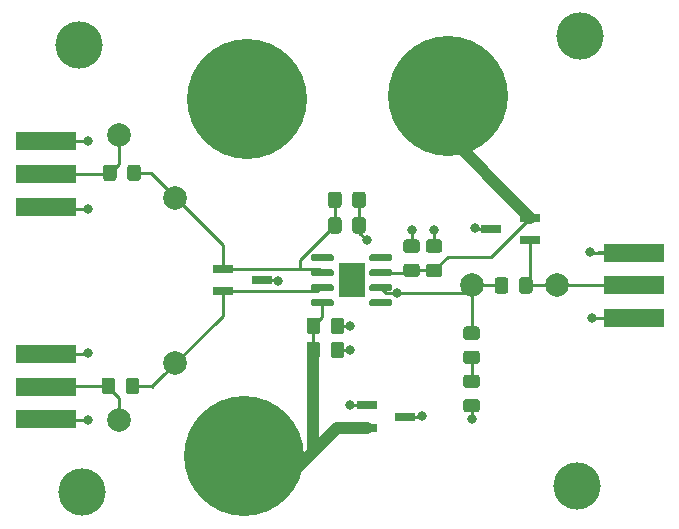
<source format=gbr>
%TF.GenerationSoftware,KiCad,Pcbnew,(5.1.6-0-10_14)*%
%TF.CreationDate,2020-10-22T07:10:05-07:00*%
%TF.ProjectId,tia_dev_board,7469615f-6465-4765-9f62-6f6172642e6b,rev?*%
%TF.SameCoordinates,Original*%
%TF.FileFunction,Copper,L1,Top*%
%TF.FilePolarity,Positive*%
%FSLAX46Y46*%
G04 Gerber Fmt 4.6, Leading zero omitted, Abs format (unit mm)*
G04 Created by KiCad (PCBNEW (5.1.6-0-10_14)) date 2020-10-22 07:10:05*
%MOMM*%
%LPD*%
G01*
G04 APERTURE LIST*
%TA.AperFunction,SMDPad,CuDef*%
%ADD10R,5.080000X1.600000*%
%TD*%
%TA.AperFunction,ViaPad*%
%ADD11C,0.500000*%
%TD*%
%TA.AperFunction,SMDPad,CuDef*%
%ADD12R,2.290000X3.000000*%
%TD*%
%TA.AperFunction,ComponentPad*%
%ADD13C,10.160000*%
%TD*%
%TA.AperFunction,ComponentPad*%
%ADD14C,2.000000*%
%TD*%
%TA.AperFunction,ComponentPad*%
%ADD15C,4.000000*%
%TD*%
%TA.AperFunction,SMDPad,CuDef*%
%ADD16R,1.800000X0.800000*%
%TD*%
%TA.AperFunction,ViaPad*%
%ADD17C,0.800000*%
%TD*%
%TA.AperFunction,Conductor*%
%ADD18C,0.250000*%
%TD*%
%TA.AperFunction,Conductor*%
%ADD19C,1.000000*%
%TD*%
G04 APERTURE END LIST*
D10*
%TO.P,J3,2*%
%TO.N,GND*%
X192786000Y-88670000D03*
X192786000Y-94210000D03*
%TO.P,J3,1*%
%TO.N,/VOUT*%
X192786000Y-91440000D03*
%TD*%
%TO.P,J1,2*%
%TO.N,GND*%
X143060000Y-102770000D03*
X143060000Y-97230000D03*
%TO.P,J1,1*%
%TO.N,/VINP*%
X143060000Y-100000000D03*
%TD*%
%TO.P,J2,2*%
%TO.N,GND*%
X143060000Y-84770000D03*
X143060000Y-79230000D03*
%TO.P,J2,1*%
%TO.N,/VINN*%
X143060000Y-82000000D03*
%TD*%
D11*
%TO.N,N/C*%
%TO.C,U4*%
X169560000Y-92000000D03*
X168260000Y-92000000D03*
X169560000Y-91000000D03*
X168260000Y-91000000D03*
X169560000Y-90000000D03*
X168260000Y-90000000D03*
D12*
%TD*%
%TO.P,U4,9*%
%TO.N,N/C*%
X168910000Y-91000000D03*
%TO.P,U4,8*%
%TO.N,Net-(U4-Pad8)*%
%TA.AperFunction,SMDPad,CuDef*%
G36*
G01*
X170410000Y-89245000D02*
X170410000Y-88945000D01*
G75*
G02*
X170560000Y-88795000I150000J0D01*
G01*
X172210000Y-88795000D01*
G75*
G02*
X172360000Y-88945000I0J-150000D01*
G01*
X172360000Y-89245000D01*
G75*
G02*
X172210000Y-89395000I-150000J0D01*
G01*
X170560000Y-89395000D01*
G75*
G02*
X170410000Y-89245000I0J150000D01*
G01*
G37*
%TD.AperFunction*%
%TO.P,U4,7*%
%TO.N,/V+*%
%TA.AperFunction,SMDPad,CuDef*%
G36*
G01*
X170410000Y-90515000D02*
X170410000Y-90215000D01*
G75*
G02*
X170560000Y-90065000I150000J0D01*
G01*
X172210000Y-90065000D01*
G75*
G02*
X172360000Y-90215000I0J-150000D01*
G01*
X172360000Y-90515000D01*
G75*
G02*
X172210000Y-90665000I-150000J0D01*
G01*
X170560000Y-90665000D01*
G75*
G02*
X170410000Y-90515000I0J150000D01*
G01*
G37*
%TD.AperFunction*%
%TO.P,U4,6*%
%TO.N,/VOUTi*%
%TA.AperFunction,SMDPad,CuDef*%
G36*
G01*
X170410000Y-91785000D02*
X170410000Y-91485000D01*
G75*
G02*
X170560000Y-91335000I150000J0D01*
G01*
X172210000Y-91335000D01*
G75*
G02*
X172360000Y-91485000I0J-150000D01*
G01*
X172360000Y-91785000D01*
G75*
G02*
X172210000Y-91935000I-150000J0D01*
G01*
X170560000Y-91935000D01*
G75*
G02*
X170410000Y-91785000I0J150000D01*
G01*
G37*
%TD.AperFunction*%
%TO.P,U4,5*%
%TO.N,Net-(U4-Pad5)*%
%TA.AperFunction,SMDPad,CuDef*%
G36*
G01*
X170410000Y-93055000D02*
X170410000Y-92755000D01*
G75*
G02*
X170560000Y-92605000I150000J0D01*
G01*
X172210000Y-92605000D01*
G75*
G02*
X172360000Y-92755000I0J-150000D01*
G01*
X172360000Y-93055000D01*
G75*
G02*
X172210000Y-93205000I-150000J0D01*
G01*
X170560000Y-93205000D01*
G75*
G02*
X170410000Y-93055000I0J150000D01*
G01*
G37*
%TD.AperFunction*%
%TO.P,U4,4*%
%TO.N,/V-*%
%TA.AperFunction,SMDPad,CuDef*%
G36*
G01*
X165460000Y-93055000D02*
X165460000Y-92755000D01*
G75*
G02*
X165610000Y-92605000I150000J0D01*
G01*
X167260000Y-92605000D01*
G75*
G02*
X167410000Y-92755000I0J-150000D01*
G01*
X167410000Y-93055000D01*
G75*
G02*
X167260000Y-93205000I-150000J0D01*
G01*
X165610000Y-93205000D01*
G75*
G02*
X165460000Y-93055000I0J150000D01*
G01*
G37*
%TD.AperFunction*%
%TO.P,U4,3*%
%TO.N,/VINPi*%
%TA.AperFunction,SMDPad,CuDef*%
G36*
G01*
X165460000Y-91785000D02*
X165460000Y-91485000D01*
G75*
G02*
X165610000Y-91335000I150000J0D01*
G01*
X167260000Y-91335000D01*
G75*
G02*
X167410000Y-91485000I0J-150000D01*
G01*
X167410000Y-91785000D01*
G75*
G02*
X167260000Y-91935000I-150000J0D01*
G01*
X165610000Y-91935000D01*
G75*
G02*
X165460000Y-91785000I0J150000D01*
G01*
G37*
%TD.AperFunction*%
%TO.P,U4,2*%
%TO.N,/VINNi*%
%TA.AperFunction,SMDPad,CuDef*%
G36*
G01*
X165460000Y-90515000D02*
X165460000Y-90215000D01*
G75*
G02*
X165610000Y-90065000I150000J0D01*
G01*
X167260000Y-90065000D01*
G75*
G02*
X167410000Y-90215000I0J-150000D01*
G01*
X167410000Y-90515000D01*
G75*
G02*
X167260000Y-90665000I-150000J0D01*
G01*
X165610000Y-90665000D01*
G75*
G02*
X165460000Y-90515000I0J150000D01*
G01*
G37*
%TD.AperFunction*%
%TO.P,U4,1*%
%TO.N,Net-(U4-Pad1)*%
%TA.AperFunction,SMDPad,CuDef*%
G36*
G01*
X165460000Y-89245000D02*
X165460000Y-88945000D01*
G75*
G02*
X165610000Y-88795000I150000J0D01*
G01*
X167260000Y-88795000D01*
G75*
G02*
X167410000Y-88945000I0J-150000D01*
G01*
X167410000Y-89245000D01*
G75*
G02*
X167260000Y-89395000I-150000J0D01*
G01*
X165610000Y-89395000D01*
G75*
G02*
X165460000Y-89245000I0J150000D01*
G01*
G37*
%TD.AperFunction*%
%TD*%
D13*
%TO.P,U3,1*%
%TO.N,/V-*%
X159766000Y-105918000D03*
%TD*%
%TO.P,U2,1*%
%TO.N,GND*%
X160020000Y-75692000D03*
%TD*%
%TO.P,U1,1*%
%TO.N,/V+*%
X177038000Y-75438000D03*
%TD*%
D14*
%TO.P,TP6,1*%
%TO.N,/VOUT*%
X186309000Y-91440000D03*
%TD*%
%TO.P,TP5,1*%
%TO.N,/VOUTi*%
X179070000Y-91440000D03*
%TD*%
%TO.P,TP4,1*%
%TO.N,/VINNi*%
X154000000Y-84000000D03*
%TD*%
%TO.P,TP3,1*%
%TO.N,/VINPi*%
X154000000Y-98000000D03*
%TD*%
%TO.P,TP2,1*%
%TO.N,/VINN*%
X149225000Y-78740000D03*
%TD*%
%TO.P,TP1,1*%
%TO.N,/VINP*%
X149225000Y-102870000D03*
%TD*%
%TO.P,R5,2*%
%TO.N,/VOUTi*%
%TA.AperFunction,SMDPad,CuDef*%
G36*
G01*
X182185000Y-90989999D02*
X182185000Y-91890001D01*
G75*
G02*
X181935001Y-92140000I-249999J0D01*
G01*
X181284999Y-92140000D01*
G75*
G02*
X181035000Y-91890001I0J249999D01*
G01*
X181035000Y-90989999D01*
G75*
G02*
X181284999Y-90740000I249999J0D01*
G01*
X181935001Y-90740000D01*
G75*
G02*
X182185000Y-90989999I0J-249999D01*
G01*
G37*
%TD.AperFunction*%
%TO.P,R5,1*%
%TO.N,/VOUT*%
%TA.AperFunction,SMDPad,CuDef*%
G36*
G01*
X184235000Y-90989999D02*
X184235000Y-91890001D01*
G75*
G02*
X183985001Y-92140000I-249999J0D01*
G01*
X183334999Y-92140000D01*
G75*
G02*
X183085000Y-91890001I0J249999D01*
G01*
X183085000Y-90989999D01*
G75*
G02*
X183334999Y-90740000I249999J0D01*
G01*
X183985001Y-90740000D01*
G75*
G02*
X184235000Y-90989999I0J-249999D01*
G01*
G37*
%TD.AperFunction*%
%TD*%
%TO.P,R4,2*%
%TO.N,Net-(C6-Pad1)*%
%TA.AperFunction,SMDPad,CuDef*%
G36*
G01*
X178619999Y-96961000D02*
X179520001Y-96961000D01*
G75*
G02*
X179770000Y-97210999I0J-249999D01*
G01*
X179770000Y-97861001D01*
G75*
G02*
X179520001Y-98111000I-249999J0D01*
G01*
X178619999Y-98111000D01*
G75*
G02*
X178370000Y-97861001I0J249999D01*
G01*
X178370000Y-97210999D01*
G75*
G02*
X178619999Y-96961000I249999J0D01*
G01*
G37*
%TD.AperFunction*%
%TO.P,R4,1*%
%TO.N,/VOUTi*%
%TA.AperFunction,SMDPad,CuDef*%
G36*
G01*
X178619999Y-94911000D02*
X179520001Y-94911000D01*
G75*
G02*
X179770000Y-95160999I0J-249999D01*
G01*
X179770000Y-95811001D01*
G75*
G02*
X179520001Y-96061000I-249999J0D01*
G01*
X178619999Y-96061000D01*
G75*
G02*
X178370000Y-95811001I0J249999D01*
G01*
X178370000Y-95160999D01*
G75*
G02*
X178619999Y-94911000I249999J0D01*
G01*
G37*
%TD.AperFunction*%
%TD*%
%TO.P,RF1,2*%
%TO.N,/VINNi*%
%TA.AperFunction,SMDPad,CuDef*%
G36*
G01*
X168070000Y-85909999D02*
X168070000Y-86810001D01*
G75*
G02*
X167820001Y-87060000I-249999J0D01*
G01*
X167169999Y-87060000D01*
G75*
G02*
X166920000Y-86810001I0J249999D01*
G01*
X166920000Y-85909999D01*
G75*
G02*
X167169999Y-85660000I249999J0D01*
G01*
X167820001Y-85660000D01*
G75*
G02*
X168070000Y-85909999I0J-249999D01*
G01*
G37*
%TD.AperFunction*%
%TO.P,RF1,1*%
%TO.N,/VOUTi*%
%TA.AperFunction,SMDPad,CuDef*%
G36*
G01*
X170120000Y-85909999D02*
X170120000Y-86810001D01*
G75*
G02*
X169870001Y-87060000I-249999J0D01*
G01*
X169219999Y-87060000D01*
G75*
G02*
X168970000Y-86810001I0J249999D01*
G01*
X168970000Y-85909999D01*
G75*
G02*
X169219999Y-85660000I249999J0D01*
G01*
X169870001Y-85660000D01*
G75*
G02*
X170120000Y-85909999I0J-249999D01*
G01*
G37*
%TD.AperFunction*%
%TD*%
%TO.P,R2,2*%
%TO.N,/VINP*%
%TA.AperFunction,SMDPad,CuDef*%
G36*
G01*
X148893000Y-99498999D02*
X148893000Y-100399001D01*
G75*
G02*
X148643001Y-100649000I-249999J0D01*
G01*
X147992999Y-100649000D01*
G75*
G02*
X147743000Y-100399001I0J249999D01*
G01*
X147743000Y-99498999D01*
G75*
G02*
X147992999Y-99249000I249999J0D01*
G01*
X148643001Y-99249000D01*
G75*
G02*
X148893000Y-99498999I0J-249999D01*
G01*
G37*
%TD.AperFunction*%
%TO.P,R2,1*%
%TO.N,/VINPi*%
%TA.AperFunction,SMDPad,CuDef*%
G36*
G01*
X150943000Y-99498999D02*
X150943000Y-100399001D01*
G75*
G02*
X150693001Y-100649000I-249999J0D01*
G01*
X150042999Y-100649000D01*
G75*
G02*
X149793000Y-100399001I0J249999D01*
G01*
X149793000Y-99498999D01*
G75*
G02*
X150042999Y-99249000I249999J0D01*
G01*
X150693001Y-99249000D01*
G75*
G02*
X150943000Y-99498999I0J-249999D01*
G01*
G37*
%TD.AperFunction*%
%TD*%
%TO.P,R1,2*%
%TO.N,/VINN*%
%TA.AperFunction,SMDPad,CuDef*%
G36*
G01*
X149020000Y-81464999D02*
X149020000Y-82365001D01*
G75*
G02*
X148770001Y-82615000I-249999J0D01*
G01*
X148119999Y-82615000D01*
G75*
G02*
X147870000Y-82365001I0J249999D01*
G01*
X147870000Y-81464999D01*
G75*
G02*
X148119999Y-81215000I249999J0D01*
G01*
X148770001Y-81215000D01*
G75*
G02*
X149020000Y-81464999I0J-249999D01*
G01*
G37*
%TD.AperFunction*%
%TO.P,R1,1*%
%TO.N,/VINNi*%
%TA.AperFunction,SMDPad,CuDef*%
G36*
G01*
X151070000Y-81464999D02*
X151070000Y-82365001D01*
G75*
G02*
X150820001Y-82615000I-249999J0D01*
G01*
X150169999Y-82615000D01*
G75*
G02*
X149920000Y-82365001I0J249999D01*
G01*
X149920000Y-81464999D01*
G75*
G02*
X150169999Y-81215000I249999J0D01*
G01*
X150820001Y-81215000D01*
G75*
G02*
X151070000Y-81464999I0J-249999D01*
G01*
G37*
%TD.AperFunction*%
%TD*%
D15*
%TO.P,H4,1*%
%TO.N,N/C*%
X187960000Y-108458000D03*
%TD*%
%TO.P,H3,1*%
%TO.N,N/C*%
X145796000Y-71120000D03*
%TD*%
%TO.P,H2,1*%
%TO.N,N/C*%
X188214000Y-70358000D03*
%TD*%
%TO.P,H1,1*%
%TO.N,N/C*%
X146050000Y-108966000D03*
%TD*%
D16*
%TO.P,D3,3*%
%TO.N,GND*%
X180723000Y-86680000D03*
%TO.P,D3,2*%
%TO.N,/V+*%
X184023000Y-85730000D03*
%TO.P,D3,1*%
%TO.N,/VOUT*%
X184023000Y-87630000D03*
%TD*%
%TO.P,D2,3*%
%TO.N,GND*%
X173480000Y-102550000D03*
%TO.P,D2,2*%
%TO.N,/V-*%
X170180000Y-103500000D03*
%TO.P,D2,1*%
%TO.N,GND*%
X170180000Y-101600000D03*
%TD*%
%TO.P,D1,3*%
%TO.N,GND*%
X161290000Y-91000000D03*
%TO.P,D1,2*%
%TO.N,/VINPi*%
X157990000Y-91950000D03*
%TO.P,D1,1*%
%TO.N,/VINNi*%
X157990000Y-90050000D03*
%TD*%
%TO.P,C6,2*%
%TO.N,GND*%
%TA.AperFunction,SMDPad,CuDef*%
G36*
G01*
X178619999Y-101043000D02*
X179520001Y-101043000D01*
G75*
G02*
X179770000Y-101292999I0J-249999D01*
G01*
X179770000Y-101943001D01*
G75*
G02*
X179520001Y-102193000I-249999J0D01*
G01*
X178619999Y-102193000D01*
G75*
G02*
X178370000Y-101943001I0J249999D01*
G01*
X178370000Y-101292999D01*
G75*
G02*
X178619999Y-101043000I249999J0D01*
G01*
G37*
%TD.AperFunction*%
%TO.P,C6,1*%
%TO.N,Net-(C6-Pad1)*%
%TA.AperFunction,SMDPad,CuDef*%
G36*
G01*
X178619999Y-98993000D02*
X179520001Y-98993000D01*
G75*
G02*
X179770000Y-99242999I0J-249999D01*
G01*
X179770000Y-99893001D01*
G75*
G02*
X179520001Y-100143000I-249999J0D01*
G01*
X178619999Y-100143000D01*
G75*
G02*
X178370000Y-99893001I0J249999D01*
G01*
X178370000Y-99242999D01*
G75*
G02*
X178619999Y-98993000I249999J0D01*
G01*
G37*
%TD.AperFunction*%
%TD*%
%TO.P,CF1,2*%
%TO.N,/VINNi*%
%TA.AperFunction,SMDPad,CuDef*%
G36*
G01*
X168070000Y-83750999D02*
X168070000Y-84651001D01*
G75*
G02*
X167820001Y-84901000I-249999J0D01*
G01*
X167169999Y-84901000D01*
G75*
G02*
X166920000Y-84651001I0J249999D01*
G01*
X166920000Y-83750999D01*
G75*
G02*
X167169999Y-83501000I249999J0D01*
G01*
X167820001Y-83501000D01*
G75*
G02*
X168070000Y-83750999I0J-249999D01*
G01*
G37*
%TD.AperFunction*%
%TO.P,CF1,1*%
%TO.N,/VOUTi*%
%TA.AperFunction,SMDPad,CuDef*%
G36*
G01*
X170120000Y-83750999D02*
X170120000Y-84651001D01*
G75*
G02*
X169870001Y-84901000I-249999J0D01*
G01*
X169219999Y-84901000D01*
G75*
G02*
X168970000Y-84651001I0J249999D01*
G01*
X168970000Y-83750999D01*
G75*
G02*
X169219999Y-83501000I249999J0D01*
G01*
X169870001Y-83501000D01*
G75*
G02*
X170120000Y-83750999I0J-249999D01*
G01*
G37*
%TD.AperFunction*%
%TD*%
%TO.P,C4,2*%
%TO.N,/V+*%
%TA.AperFunction,SMDPad,CuDef*%
G36*
G01*
X175444999Y-89595000D02*
X176345001Y-89595000D01*
G75*
G02*
X176595000Y-89844999I0J-249999D01*
G01*
X176595000Y-90495001D01*
G75*
G02*
X176345001Y-90745000I-249999J0D01*
G01*
X175444999Y-90745000D01*
G75*
G02*
X175195000Y-90495001I0J249999D01*
G01*
X175195000Y-89844999D01*
G75*
G02*
X175444999Y-89595000I249999J0D01*
G01*
G37*
%TD.AperFunction*%
%TO.P,C4,1*%
%TO.N,GND*%
%TA.AperFunction,SMDPad,CuDef*%
G36*
G01*
X175444999Y-87545000D02*
X176345001Y-87545000D01*
G75*
G02*
X176595000Y-87794999I0J-249999D01*
G01*
X176595000Y-88445001D01*
G75*
G02*
X176345001Y-88695000I-249999J0D01*
G01*
X175444999Y-88695000D01*
G75*
G02*
X175195000Y-88445001I0J249999D01*
G01*
X175195000Y-87794999D01*
G75*
G02*
X175444999Y-87545000I249999J0D01*
G01*
G37*
%TD.AperFunction*%
%TD*%
%TO.P,C3,2*%
%TO.N,/V+*%
%TA.AperFunction,SMDPad,CuDef*%
G36*
G01*
X173539999Y-89595000D02*
X174440001Y-89595000D01*
G75*
G02*
X174690000Y-89844999I0J-249999D01*
G01*
X174690000Y-90495001D01*
G75*
G02*
X174440001Y-90745000I-249999J0D01*
G01*
X173539999Y-90745000D01*
G75*
G02*
X173290000Y-90495001I0J249999D01*
G01*
X173290000Y-89844999D01*
G75*
G02*
X173539999Y-89595000I249999J0D01*
G01*
G37*
%TD.AperFunction*%
%TO.P,C3,1*%
%TO.N,GND*%
%TA.AperFunction,SMDPad,CuDef*%
G36*
G01*
X173539999Y-87545000D02*
X174440001Y-87545000D01*
G75*
G02*
X174690000Y-87794999I0J-249999D01*
G01*
X174690000Y-88445001D01*
G75*
G02*
X174440001Y-88695000I-249999J0D01*
G01*
X173539999Y-88695000D01*
G75*
G02*
X173290000Y-88445001I0J249999D01*
G01*
X173290000Y-87794999D01*
G75*
G02*
X173539999Y-87545000I249999J0D01*
G01*
G37*
%TD.AperFunction*%
%TD*%
%TO.P,C2,2*%
%TO.N,GND*%
%TA.AperFunction,SMDPad,CuDef*%
G36*
G01*
X167150000Y-95319001D02*
X167150000Y-94418999D01*
G75*
G02*
X167399999Y-94169000I249999J0D01*
G01*
X168050001Y-94169000D01*
G75*
G02*
X168300000Y-94418999I0J-249999D01*
G01*
X168300000Y-95319001D01*
G75*
G02*
X168050001Y-95569000I-249999J0D01*
G01*
X167399999Y-95569000D01*
G75*
G02*
X167150000Y-95319001I0J249999D01*
G01*
G37*
%TD.AperFunction*%
%TO.P,C2,1*%
%TO.N,/V-*%
%TA.AperFunction,SMDPad,CuDef*%
G36*
G01*
X165100000Y-95319001D02*
X165100000Y-94418999D01*
G75*
G02*
X165349999Y-94169000I249999J0D01*
G01*
X166000001Y-94169000D01*
G75*
G02*
X166250000Y-94418999I0J-249999D01*
G01*
X166250000Y-95319001D01*
G75*
G02*
X166000001Y-95569000I-249999J0D01*
G01*
X165349999Y-95569000D01*
G75*
G02*
X165100000Y-95319001I0J249999D01*
G01*
G37*
%TD.AperFunction*%
%TD*%
%TO.P,C1,2*%
%TO.N,GND*%
%TA.AperFunction,SMDPad,CuDef*%
G36*
G01*
X167150000Y-97351001D02*
X167150000Y-96450999D01*
G75*
G02*
X167399999Y-96201000I249999J0D01*
G01*
X168050001Y-96201000D01*
G75*
G02*
X168300000Y-96450999I0J-249999D01*
G01*
X168300000Y-97351001D01*
G75*
G02*
X168050001Y-97601000I-249999J0D01*
G01*
X167399999Y-97601000D01*
G75*
G02*
X167150000Y-97351001I0J249999D01*
G01*
G37*
%TD.AperFunction*%
%TO.P,C1,1*%
%TO.N,/V-*%
%TA.AperFunction,SMDPad,CuDef*%
G36*
G01*
X165100000Y-97351001D02*
X165100000Y-96450999D01*
G75*
G02*
X165349999Y-96201000I249999J0D01*
G01*
X166000001Y-96201000D01*
G75*
G02*
X166250000Y-96450999I0J-249999D01*
G01*
X166250000Y-97351001D01*
G75*
G02*
X166000001Y-97601000I-249999J0D01*
G01*
X165349999Y-97601000D01*
G75*
G02*
X165100000Y-97351001I0J249999D01*
G01*
G37*
%TD.AperFunction*%
%TD*%
D17*
%TO.N,GND*%
X146558000Y-79248000D03*
X146558000Y-84963000D03*
X146558000Y-97155000D03*
X146558000Y-102870000D03*
X189103000Y-88646000D03*
X189230000Y-94234000D03*
X174879000Y-102489000D03*
X179070000Y-102743000D03*
X168783000Y-101600000D03*
X168783000Y-96901000D03*
X168783000Y-94869000D03*
X179324000Y-86614000D03*
X175895000Y-86741000D03*
X173990000Y-86741000D03*
X162687000Y-91059000D03*
%TO.N,/VOUTi*%
X170180000Y-87630000D03*
X172720000Y-92075000D03*
%TD*%
D18*
%TO.N,GND*%
X146540000Y-79230000D02*
X146558000Y-79248000D01*
X143060000Y-79230000D02*
X146540000Y-79230000D01*
X143253000Y-84963000D02*
X143060000Y-84770000D01*
X146558000Y-84963000D02*
X143253000Y-84963000D01*
X146483000Y-97230000D02*
X146558000Y-97155000D01*
X143060000Y-97230000D02*
X146483000Y-97230000D01*
X143160000Y-102870000D02*
X143060000Y-102770000D01*
X146558000Y-102870000D02*
X143160000Y-102870000D01*
X192700000Y-88584000D02*
X192786000Y-88670000D01*
X189796000Y-88584000D02*
X192700000Y-88584000D01*
X189127000Y-88670000D02*
X189103000Y-88646000D01*
X192786000Y-88670000D02*
X189127000Y-88670000D01*
X192762000Y-94234000D02*
X192786000Y-94210000D01*
X189230000Y-94234000D02*
X192762000Y-94234000D01*
X174818000Y-102550000D02*
X174879000Y-102489000D01*
X173480000Y-102550000D02*
X174818000Y-102550000D01*
X179070000Y-101618000D02*
X179070000Y-102743000D01*
X170180000Y-101600000D02*
X170053000Y-101600000D01*
X170053000Y-101600000D02*
X168783000Y-101600000D01*
X167725000Y-96901000D02*
X168783000Y-96901000D01*
X167725000Y-94869000D02*
X168783000Y-94869000D01*
X179390000Y-86680000D02*
X179324000Y-86614000D01*
X180723000Y-86680000D02*
X179390000Y-86680000D01*
X175895000Y-88120000D02*
X175895000Y-86741000D01*
X173990000Y-88120000D02*
X173990000Y-86741000D01*
X162628000Y-91000000D02*
X162687000Y-91059000D01*
X161290000Y-91000000D02*
X162628000Y-91000000D01*
%TO.N,/V-*%
X166435000Y-94109000D02*
X165675000Y-94869000D01*
X166435000Y-92905000D02*
X166435000Y-94109000D01*
X165675000Y-94869000D02*
X165675000Y-96901000D01*
X165675000Y-105470000D02*
X162560000Y-108585000D01*
D19*
X165675000Y-96901000D02*
X165675000Y-105470000D01*
X167645000Y-103500000D02*
X162560000Y-108585000D01*
X170180000Y-103500000D02*
X167645000Y-103500000D01*
D18*
%TO.N,/V+*%
X173795000Y-90365000D02*
X173990000Y-90170000D01*
X171385000Y-90365000D02*
X173795000Y-90365000D01*
X173990000Y-90170000D02*
X175895000Y-90170000D01*
X177044990Y-89020010D02*
X175895000Y-90170000D01*
X180732990Y-89020010D02*
X177044990Y-89020010D01*
X184023000Y-85730000D02*
X180732990Y-89020010D01*
D19*
X176530000Y-78237000D02*
X184023000Y-85730000D01*
D18*
%TO.N,/VINNi*%
X166120000Y-90050000D02*
X166435000Y-90365000D01*
X157990000Y-87990000D02*
X157990000Y-90050000D01*
X151915000Y-81915000D02*
X157990000Y-87990000D01*
X150495000Y-81915000D02*
X151915000Y-81915000D01*
X164585000Y-89270000D02*
X164585000Y-90050000D01*
X167495000Y-86360000D02*
X164585000Y-89270000D01*
X164585000Y-90050000D02*
X166120000Y-90050000D01*
X157990000Y-90050000D02*
X164585000Y-90050000D01*
X167495000Y-84201000D02*
X167495000Y-86360000D01*
%TO.N,Net-(C6-Pad1)*%
X179070000Y-97536000D02*
X179070000Y-99568000D01*
%TO.N,/VINPi*%
X166435000Y-91635000D02*
X166435000Y-91505000D01*
X165990000Y-91950000D02*
X157990000Y-91950000D01*
X166435000Y-91505000D02*
X165990000Y-91950000D01*
X157990000Y-91950000D02*
X157990000Y-94010000D01*
X150250000Y-99940000D02*
X152060000Y-99940000D01*
X152060000Y-99940000D02*
X152352500Y-99647500D01*
X152352500Y-99647500D02*
X152000000Y-100000000D01*
X157990000Y-94010000D02*
X152352500Y-99647500D01*
%TO.N,/VOUT*%
X184023000Y-91077000D02*
X183660000Y-91440000D01*
X184023000Y-87630000D02*
X184023000Y-91077000D01*
X183660000Y-91440000D02*
X186309000Y-91440000D01*
X192786000Y-91440000D02*
X186309000Y-91440000D01*
%TO.N,/VINP*%
X143120000Y-99940000D02*
X143060000Y-100000000D01*
X148200000Y-99940000D02*
X143120000Y-99940000D01*
X149225000Y-100965000D02*
X148200000Y-99940000D01*
X149225000Y-102870000D02*
X149225000Y-100965000D01*
%TO.N,/VINN*%
X149225000Y-81135000D02*
X148445000Y-81915000D01*
X149225000Y-78740000D02*
X149225000Y-81135000D01*
X148360000Y-82000000D02*
X148445000Y-81915000D01*
X143060000Y-82000000D02*
X148360000Y-82000000D01*
%TO.N,/VOUTi*%
X169545000Y-86360000D02*
X169545000Y-86995000D01*
X169545000Y-86995000D02*
X170180000Y-87630000D01*
X171825000Y-92075000D02*
X171385000Y-91635000D01*
X172720000Y-92075000D02*
X171825000Y-92075000D01*
X169545000Y-84201000D02*
X169545000Y-86360000D01*
X179070000Y-91440000D02*
X181610000Y-91440000D01*
X178435000Y-92075000D02*
X179070000Y-91440000D01*
X172720000Y-92075000D02*
X178435000Y-92075000D01*
X179070000Y-95486000D02*
X179070000Y-91440000D01*
%TD*%
M02*

</source>
